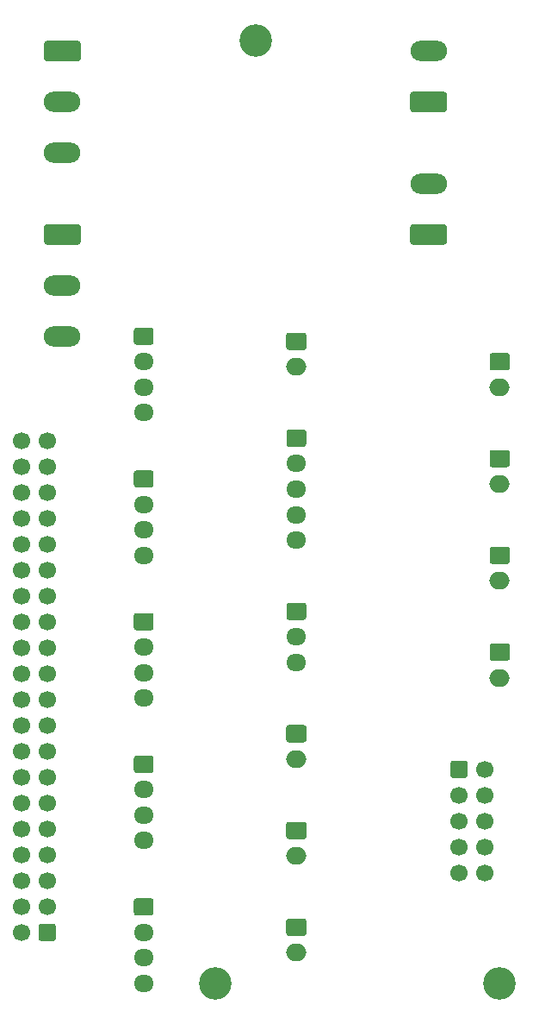
<source format=gbr>
%TF.GenerationSoftware,KiCad,Pcbnew,5.1.10*%
%TF.CreationDate,2021-07-02T09:56:20+02:00*%
%TF.ProjectId,breakout_boards,62726561-6b6f-4757-945f-626f61726473,rev?*%
%TF.SameCoordinates,Original*%
%TF.FileFunction,Soldermask,Top*%
%TF.FilePolarity,Negative*%
%FSLAX46Y46*%
G04 Gerber Fmt 4.6, Leading zero omitted, Abs format (unit mm)*
G04 Created by KiCad (PCBNEW 5.1.10) date 2021-07-02 09:56:20*
%MOMM*%
%LPD*%
G01*
G04 APERTURE LIST*
%ADD10O,1.950000X1.700000*%
%ADD11C,3.200000*%
%ADD12O,3.600000X2.000000*%
%ADD13O,2.000000X1.700000*%
%ADD14C,1.700000*%
G04 APERTURE END LIST*
D10*
%TO.C,J15*%
X163000000Y-92000000D03*
X163000000Y-89500000D03*
X163000000Y-87000000D03*
X163000000Y-84500000D03*
G36*
G01*
X162275000Y-81150000D02*
X163725000Y-81150000D01*
G75*
G02*
X163975000Y-81400000I0J-250000D01*
G01*
X163975000Y-82600000D01*
G75*
G02*
X163725000Y-82850000I-250000J0D01*
G01*
X162275000Y-82850000D01*
G75*
G02*
X162025000Y-82600000I0J250000D01*
G01*
X162025000Y-81400000D01*
G75*
G02*
X162275000Y-81150000I250000J0D01*
G01*
G37*
%TD*%
D11*
%TO.C,H3*%
X183000000Y-135500000D03*
%TD*%
%TO.C,H2*%
X155000000Y-135500000D03*
%TD*%
%TO.C,H1*%
X159000000Y-43000000D03*
%TD*%
D12*
%TO.C,J18*%
X140000000Y-54000000D03*
X140000000Y-49000000D03*
G36*
G01*
X138450000Y-43000000D02*
X141550000Y-43000000D01*
G75*
G02*
X141800000Y-43250000I0J-250000D01*
G01*
X141800000Y-44750000D01*
G75*
G02*
X141550000Y-45000000I-250000J0D01*
G01*
X138450000Y-45000000D01*
G75*
G02*
X138200000Y-44750000I0J250000D01*
G01*
X138200000Y-43250000D01*
G75*
G02*
X138450000Y-43000000I250000J0D01*
G01*
G37*
%TD*%
%TO.C,J10*%
X140000000Y-72000000D03*
X140000000Y-67000000D03*
G36*
G01*
X138450000Y-61000000D02*
X141550000Y-61000000D01*
G75*
G02*
X141800000Y-61250000I0J-250000D01*
G01*
X141800000Y-62750000D01*
G75*
G02*
X141550000Y-63000000I-250000J0D01*
G01*
X138450000Y-63000000D01*
G75*
G02*
X138200000Y-62750000I0J250000D01*
G01*
X138200000Y-61250000D01*
G75*
G02*
X138450000Y-61000000I250000J0D01*
G01*
G37*
%TD*%
%TO.C,J3*%
X176000000Y-57000000D03*
G36*
G01*
X177550000Y-63000000D02*
X174450000Y-63000000D01*
G75*
G02*
X174200000Y-62750000I0J250000D01*
G01*
X174200000Y-61250000D01*
G75*
G02*
X174450000Y-61000000I250000J0D01*
G01*
X177550000Y-61000000D01*
G75*
G02*
X177800000Y-61250000I0J-250000D01*
G01*
X177800000Y-62750000D01*
G75*
G02*
X177550000Y-63000000I-250000J0D01*
G01*
G37*
%TD*%
%TO.C,J1*%
X176000000Y-44000000D03*
G36*
G01*
X177550000Y-50000000D02*
X174450000Y-50000000D01*
G75*
G02*
X174200000Y-49750000I0J250000D01*
G01*
X174200000Y-48250000D01*
G75*
G02*
X174450000Y-48000000I250000J0D01*
G01*
X177550000Y-48000000D01*
G75*
G02*
X177800000Y-48250000I0J-250000D01*
G01*
X177800000Y-49750000D01*
G75*
G02*
X177550000Y-50000000I-250000J0D01*
G01*
G37*
%TD*%
D10*
%TO.C,J2*%
X148000000Y-135500000D03*
X148000000Y-133000000D03*
X148000000Y-130500000D03*
G36*
G01*
X147275000Y-127150000D02*
X148725000Y-127150000D01*
G75*
G02*
X148975000Y-127400000I0J-250000D01*
G01*
X148975000Y-128600000D01*
G75*
G02*
X148725000Y-128850000I-250000J0D01*
G01*
X147275000Y-128850000D01*
G75*
G02*
X147025000Y-128600000I0J250000D01*
G01*
X147025000Y-127400000D01*
G75*
G02*
X147275000Y-127150000I250000J0D01*
G01*
G37*
%TD*%
%TO.C,J6*%
X148000000Y-121500000D03*
X148000000Y-119000000D03*
X148000000Y-116500000D03*
G36*
G01*
X147275000Y-113150000D02*
X148725000Y-113150000D01*
G75*
G02*
X148975000Y-113400000I0J-250000D01*
G01*
X148975000Y-114600000D01*
G75*
G02*
X148725000Y-114850000I-250000J0D01*
G01*
X147275000Y-114850000D01*
G75*
G02*
X147025000Y-114600000I0J250000D01*
G01*
X147025000Y-113400000D01*
G75*
G02*
X147275000Y-113150000I250000J0D01*
G01*
G37*
%TD*%
%TO.C,J8*%
X148000000Y-107500000D03*
X148000000Y-105000000D03*
X148000000Y-102500000D03*
G36*
G01*
X147275000Y-99150000D02*
X148725000Y-99150000D01*
G75*
G02*
X148975000Y-99400000I0J-250000D01*
G01*
X148975000Y-100600000D01*
G75*
G02*
X148725000Y-100850000I-250000J0D01*
G01*
X147275000Y-100850000D01*
G75*
G02*
X147025000Y-100600000I0J250000D01*
G01*
X147025000Y-99400000D01*
G75*
G02*
X147275000Y-99150000I250000J0D01*
G01*
G37*
%TD*%
%TO.C,J19*%
X148000000Y-93500000D03*
X148000000Y-91000000D03*
X148000000Y-88500000D03*
G36*
G01*
X147275000Y-85150000D02*
X148725000Y-85150000D01*
G75*
G02*
X148975000Y-85400000I0J-250000D01*
G01*
X148975000Y-86600000D01*
G75*
G02*
X148725000Y-86850000I-250000J0D01*
G01*
X147275000Y-86850000D01*
G75*
G02*
X147025000Y-86600000I0J250000D01*
G01*
X147025000Y-85400000D01*
G75*
G02*
X147275000Y-85150000I250000J0D01*
G01*
G37*
%TD*%
%TO.C,J13*%
X148000000Y-79500000D03*
X148000000Y-77000000D03*
X148000000Y-74500000D03*
G36*
G01*
X147275000Y-71150000D02*
X148725000Y-71150000D01*
G75*
G02*
X148975000Y-71400000I0J-250000D01*
G01*
X148975000Y-72600000D01*
G75*
G02*
X148725000Y-72850000I-250000J0D01*
G01*
X147275000Y-72850000D01*
G75*
G02*
X147025000Y-72600000I0J250000D01*
G01*
X147025000Y-71400000D01*
G75*
G02*
X147275000Y-71150000I250000J0D01*
G01*
G37*
%TD*%
D13*
%TO.C,J5*%
X163000000Y-75000000D03*
G36*
G01*
X162250000Y-71650000D02*
X163750000Y-71650000D01*
G75*
G02*
X164000000Y-71900000I0J-250000D01*
G01*
X164000000Y-73100000D01*
G75*
G02*
X163750000Y-73350000I-250000J0D01*
G01*
X162250000Y-73350000D01*
G75*
G02*
X162000000Y-73100000I0J250000D01*
G01*
X162000000Y-71900000D01*
G75*
G02*
X162250000Y-71650000I250000J0D01*
G01*
G37*
%TD*%
D10*
%TO.C,J11*%
X163000000Y-104000000D03*
X163000000Y-101500000D03*
G36*
G01*
X162275000Y-98150000D02*
X163725000Y-98150000D01*
G75*
G02*
X163975000Y-98400000I0J-250000D01*
G01*
X163975000Y-99600000D01*
G75*
G02*
X163725000Y-99850000I-250000J0D01*
G01*
X162275000Y-99850000D01*
G75*
G02*
X162025000Y-99600000I0J250000D01*
G01*
X162025000Y-98400000D01*
G75*
G02*
X162275000Y-98150000I250000J0D01*
G01*
G37*
%TD*%
D13*
%TO.C,J12*%
X163000000Y-113500000D03*
G36*
G01*
X162250000Y-110150000D02*
X163750000Y-110150000D01*
G75*
G02*
X164000000Y-110400000I0J-250000D01*
G01*
X164000000Y-111600000D01*
G75*
G02*
X163750000Y-111850000I-250000J0D01*
G01*
X162250000Y-111850000D01*
G75*
G02*
X162000000Y-111600000I0J250000D01*
G01*
X162000000Y-110400000D01*
G75*
G02*
X162250000Y-110150000I250000J0D01*
G01*
G37*
%TD*%
%TO.C,J7*%
X163000000Y-132500000D03*
G36*
G01*
X162250000Y-129150000D02*
X163750000Y-129150000D01*
G75*
G02*
X164000000Y-129400000I0J-250000D01*
G01*
X164000000Y-130600000D01*
G75*
G02*
X163750000Y-130850000I-250000J0D01*
G01*
X162250000Y-130850000D01*
G75*
G02*
X162000000Y-130600000I0J250000D01*
G01*
X162000000Y-129400000D01*
G75*
G02*
X162250000Y-129150000I250000J0D01*
G01*
G37*
%TD*%
%TO.C,J9*%
X163000000Y-123000000D03*
G36*
G01*
X162250000Y-119650000D02*
X163750000Y-119650000D01*
G75*
G02*
X164000000Y-119900000I0J-250000D01*
G01*
X164000000Y-121100000D01*
G75*
G02*
X163750000Y-121350000I-250000J0D01*
G01*
X162250000Y-121350000D01*
G75*
G02*
X162000000Y-121100000I0J250000D01*
G01*
X162000000Y-119900000D01*
G75*
G02*
X162250000Y-119650000I250000J0D01*
G01*
G37*
%TD*%
D14*
%TO.C,J4*%
X181540000Y-124660000D03*
X181540000Y-122120000D03*
X181540000Y-119580000D03*
X181540000Y-117040000D03*
X181540000Y-114500000D03*
X179000000Y-124660000D03*
X179000000Y-122120000D03*
X179000000Y-119580000D03*
X179000000Y-117040000D03*
G36*
G01*
X178150000Y-115100000D02*
X178150000Y-113900000D01*
G75*
G02*
X178400000Y-113650000I250000J0D01*
G01*
X179600000Y-113650000D01*
G75*
G02*
X179850000Y-113900000I0J-250000D01*
G01*
X179850000Y-115100000D01*
G75*
G02*
X179600000Y-115350000I-250000J0D01*
G01*
X178400000Y-115350000D01*
G75*
G02*
X178150000Y-115100000I0J250000D01*
G01*
G37*
%TD*%
D13*
%TO.C,J20*%
X183000000Y-86500000D03*
G36*
G01*
X182250000Y-83150000D02*
X183750000Y-83150000D01*
G75*
G02*
X184000000Y-83400000I0J-250000D01*
G01*
X184000000Y-84600000D01*
G75*
G02*
X183750000Y-84850000I-250000J0D01*
G01*
X182250000Y-84850000D01*
G75*
G02*
X182000000Y-84600000I0J250000D01*
G01*
X182000000Y-83400000D01*
G75*
G02*
X182250000Y-83150000I250000J0D01*
G01*
G37*
%TD*%
%TO.C,J21*%
X183000000Y-77000000D03*
G36*
G01*
X182250000Y-73650000D02*
X183750000Y-73650000D01*
G75*
G02*
X184000000Y-73900000I0J-250000D01*
G01*
X184000000Y-75100000D01*
G75*
G02*
X183750000Y-75350000I-250000J0D01*
G01*
X182250000Y-75350000D01*
G75*
G02*
X182000000Y-75100000I0J250000D01*
G01*
X182000000Y-73900000D01*
G75*
G02*
X182250000Y-73650000I250000J0D01*
G01*
G37*
%TD*%
%TO.C,J14*%
X183000000Y-96000000D03*
G36*
G01*
X182250000Y-92650000D02*
X183750000Y-92650000D01*
G75*
G02*
X184000000Y-92900000I0J-250000D01*
G01*
X184000000Y-94100000D01*
G75*
G02*
X183750000Y-94350000I-250000J0D01*
G01*
X182250000Y-94350000D01*
G75*
G02*
X182000000Y-94100000I0J250000D01*
G01*
X182000000Y-92900000D01*
G75*
G02*
X182250000Y-92650000I250000J0D01*
G01*
G37*
%TD*%
%TO.C,J16*%
X183000000Y-105500000D03*
G36*
G01*
X182250000Y-102150000D02*
X183750000Y-102150000D01*
G75*
G02*
X184000000Y-102400000I0J-250000D01*
G01*
X184000000Y-103600000D01*
G75*
G02*
X183750000Y-103850000I-250000J0D01*
G01*
X182250000Y-103850000D01*
G75*
G02*
X182000000Y-103600000I0J250000D01*
G01*
X182000000Y-102400000D01*
G75*
G02*
X182250000Y-102150000I250000J0D01*
G01*
G37*
%TD*%
D14*
%TO.C,J17*%
X135960000Y-82240000D03*
X135960000Y-84780000D03*
X135960000Y-87320000D03*
X135960000Y-89860000D03*
X135960000Y-92400000D03*
X135960000Y-94940000D03*
X135960000Y-97480000D03*
X135960000Y-100020000D03*
X135960000Y-102560000D03*
X135960000Y-105100000D03*
X135960000Y-107640000D03*
X135960000Y-110180000D03*
X135960000Y-112720000D03*
X135960000Y-115260000D03*
X135960000Y-117800000D03*
X135960000Y-120340000D03*
X135960000Y-122880000D03*
X135960000Y-125420000D03*
X135960000Y-127960000D03*
X135960000Y-130500000D03*
X138500000Y-82240000D03*
X138500000Y-84780000D03*
X138500000Y-87320000D03*
X138500000Y-89860000D03*
X138500000Y-92400000D03*
X138500000Y-94940000D03*
X138500000Y-97480000D03*
X138500000Y-100020000D03*
X138500000Y-102560000D03*
X138500000Y-105100000D03*
X138500000Y-107640000D03*
X138500000Y-110180000D03*
X138500000Y-112720000D03*
X138500000Y-115260000D03*
X138500000Y-117800000D03*
X138500000Y-120340000D03*
X138500000Y-122880000D03*
X138500000Y-125420000D03*
X138500000Y-127960000D03*
G36*
G01*
X139350000Y-129900000D02*
X139350000Y-131100000D01*
G75*
G02*
X139100000Y-131350000I-250000J0D01*
G01*
X137900000Y-131350000D01*
G75*
G02*
X137650000Y-131100000I0J250000D01*
G01*
X137650000Y-129900000D01*
G75*
G02*
X137900000Y-129650000I250000J0D01*
G01*
X139100000Y-129650000D01*
G75*
G02*
X139350000Y-129900000I0J-250000D01*
G01*
G37*
%TD*%
M02*

</source>
